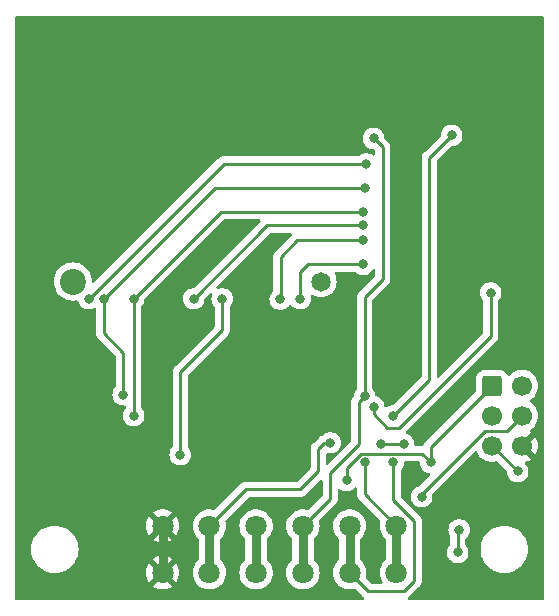
<source format=gbr>
%TF.GenerationSoftware,KiCad,Pcbnew,7.0.8*%
%TF.CreationDate,2023-11-03T15:22:21-05:00*%
%TF.ProjectId,tapecart-sd-vertical,74617065-6361-4727-942d-73642d766572,rev?*%
%TF.SameCoordinates,Original*%
%TF.FileFunction,Copper,L2,Bot*%
%TF.FilePolarity,Positive*%
%FSLAX46Y46*%
G04 Gerber Fmt 4.6, Leading zero omitted, Abs format (unit mm)*
G04 Created by KiCad (PCBNEW 7.0.8) date 2023-11-03 15:22:21*
%MOMM*%
%LPD*%
G01*
G04 APERTURE LIST*
G04 Aperture macros list*
%AMRoundRect*
0 Rectangle with rounded corners*
0 $1 Rounding radius*
0 $2 $3 $4 $5 $6 $7 $8 $9 X,Y pos of 4 corners*
0 Add a 4 corners polygon primitive as box body*
4,1,4,$2,$3,$4,$5,$6,$7,$8,$9,$2,$3,0*
0 Add four circle primitives for the rounded corners*
1,1,$1+$1,$2,$3*
1,1,$1+$1,$4,$5*
1,1,$1+$1,$6,$7*
1,1,$1+$1,$8,$9*
0 Add four rect primitives between the rounded corners*
20,1,$1+$1,$2,$3,$4,$5,0*
20,1,$1+$1,$4,$5,$6,$7,0*
20,1,$1+$1,$6,$7,$8,$9,0*
20,1,$1+$1,$8,$9,$2,$3,0*%
G04 Aperture macros list end*
%TA.AperFunction,ComponentPad*%
%ADD10C,1.650000*%
%TD*%
%TA.AperFunction,ComponentPad*%
%ADD11C,2.200000*%
%TD*%
%TA.AperFunction,ComponentPad*%
%ADD12RoundRect,0.250000X-0.600000X-0.600000X0.600000X-0.600000X0.600000X0.600000X-0.600000X0.600000X0*%
%TD*%
%TA.AperFunction,ComponentPad*%
%ADD13C,1.700000*%
%TD*%
%TA.AperFunction,ComponentPad*%
%ADD14C,1.800000*%
%TD*%
%TA.AperFunction,ViaPad*%
%ADD15C,0.800000*%
%TD*%
%TA.AperFunction,Conductor*%
%ADD16C,0.800000*%
%TD*%
%TA.AperFunction,Conductor*%
%ADD17C,0.250000*%
%TD*%
G04 APERTURE END LIST*
D10*
%TO.P,J3,16*%
%TO.N,N/C*%
X160506000Y-105346000D03*
D11*
%TO.P,J3,17*%
X139506000Y-105346000D03*
%TD*%
D12*
%TO.P,J2,1,Pin_1*%
%TO.N,/MISO_D12*%
X175006000Y-114173000D03*
D13*
%TO.P,J2,2,Pin_2*%
%TO.N,+5V*%
X177546000Y-114173000D03*
%TO.P,J2,3,Pin_3*%
%TO.N,/SCK_D13*%
X175006000Y-116713000D03*
%TO.P,J2,4,Pin_4*%
%TO.N,/MOSI_D11*%
X177546000Y-116713000D03*
%TO.P,J2,5,Pin_5*%
%TO.N,/RESET*%
X175006000Y-119253000D03*
%TO.P,J2,6,Pin_6*%
%TO.N,GND*%
X177546000Y-119253000D03*
%TD*%
D14*
%TO.P,J1,1,GND*%
%TO.N,GND*%
X147100000Y-126036000D03*
%TO.P,J1,2,5V*%
%TO.N,+5V*%
X151060000Y-126036000D03*
%TO.P,J1,3,Motor*%
%TO.N,/MOTOR*%
X155020000Y-126036000D03*
%TO.P,J1,4,Read*%
%TO.N,/READ_D3*%
X158980000Y-126036000D03*
%TO.P,J1,5,Write*%
%TO.N,/WRITE_D8*%
X162940000Y-126036000D03*
%TO.P,J1,6,Sense*%
%TO.N,/SENSE_D5*%
X166900000Y-126036000D03*
%TO.P,J1,A,GND*%
%TO.N,GND*%
X147100000Y-129996000D03*
%TO.P,J1,B,5V*%
%TO.N,+5V*%
X151060000Y-129996000D03*
%TO.P,J1,C,Motor*%
%TO.N,/MOTOR*%
X155020000Y-129996000D03*
%TO.P,J1,D,Read*%
%TO.N,/READ_D3*%
X158980000Y-129996000D03*
%TO.P,J1,E,Write*%
%TO.N,/WRITE_D8*%
X162940000Y-129996000D03*
%TO.P,J1,F,Sense*%
%TO.N,/SENSE_D5*%
X166900000Y-129996000D03*
%TD*%
D15*
%TO.N,GND*%
X139319000Y-101854000D03*
X136398000Y-109982000D03*
X142240000Y-115824000D03*
X155448000Y-114046000D03*
X169291000Y-117475000D03*
X174879000Y-94488000D03*
X160655000Y-117602000D03*
X149098000Y-92202000D03*
X172339000Y-106172000D03*
X162306000Y-113665000D03*
X159639000Y-84709000D03*
X176530000Y-111379000D03*
X152146000Y-112268000D03*
X138938000Y-84836000D03*
X158242000Y-119126000D03*
%TO.N,/READ_D3*%
X164211000Y-115062000D03*
X164973000Y-93218000D03*
%TO.N,/MOTOR_D4*%
X174879000Y-106299000D03*
X164973000Y-115951000D03*
%TO.N,/SENSE_D5*%
X164211000Y-120650000D03*
%TO.N,/WRITE_D8*%
X166624000Y-120650000D03*
X166624000Y-116713000D03*
X171577000Y-92964000D03*
%TO.N,+5V*%
X161290000Y-118999000D03*
X172085000Y-128270000D03*
X165608000Y-119126000D03*
X167513000Y-119126000D03*
X172212000Y-126365000D03*
%TO.N,Net-(J3-DAT3{slash}CS)*%
X143764000Y-114935000D03*
X142113000Y-106807000D03*
X164211000Y-97409000D03*
%TO.N,Net-(J3-CMD{slash}DI)*%
X144653000Y-106807000D03*
X164084000Y-99441000D03*
X144653000Y-116713000D03*
%TO.N,+3.3V*%
X164084000Y-100584000D03*
X149733000Y-106807000D03*
%TO.N,Net-(J3-CLK{slash}SCLK)*%
X148590000Y-120015000D03*
X152146000Y-106807000D03*
%TO.N,/MISO_D12*%
X164084000Y-101854000D03*
X162687000Y-122174000D03*
X169799000Y-120650000D03*
X157061000Y-106845000D03*
%TO.N,Net-(J3-DAT1)*%
X158750000Y-106807000D03*
X164084000Y-103886000D03*
%TO.N,Net-(J3-DAT2)*%
X140843000Y-106807000D03*
X164338000Y-95377000D03*
%TO.N,/MOSI_D11*%
X169037000Y-123571000D03*
%TO.N,/RESET*%
X177165000Y-121412000D03*
%TD*%
D16*
%TO.N,GND*%
X147100000Y-125705800D02*
X147100000Y-129665800D01*
D17*
%TO.N,/READ_D3*%
X163703000Y-119126000D02*
X161290000Y-121539000D01*
X163703000Y-115570000D02*
X163703000Y-119126000D01*
X164211000Y-106680000D02*
X165735000Y-105156000D01*
D16*
X158980000Y-129665800D02*
X158980000Y-125705800D01*
D17*
X161290000Y-121539000D02*
X161290000Y-123726000D01*
X165735000Y-93980000D02*
X164973000Y-93218000D01*
X158980000Y-126036000D02*
X161290000Y-123726000D01*
X164211000Y-115062000D02*
X164211000Y-106680000D01*
X165735000Y-105156000D02*
X165735000Y-93980000D01*
X164211000Y-115062000D02*
X163703000Y-115570000D01*
%TO.N,/MOTOR_D4*%
X174879000Y-109982000D02*
X174879000Y-106299000D01*
X164973000Y-115951000D02*
X164973000Y-116586000D01*
X167132000Y-117729000D02*
X174879000Y-109982000D01*
X166116000Y-117729000D02*
X167132000Y-117729000D01*
X164973000Y-116586000D02*
X166116000Y-117729000D01*
%TO.N,/SENSE_D5*%
X164211000Y-123347000D02*
X166900000Y-126036000D01*
D16*
X166900000Y-129665800D02*
X166900000Y-125705800D01*
D17*
X164211000Y-120650000D02*
X164211000Y-123347000D01*
%TO.N,/WRITE_D8*%
X166624000Y-120650000D02*
X166624000Y-123825000D01*
X169672000Y-94869000D02*
X171577000Y-92964000D01*
X167513000Y-131572000D02*
X164516000Y-131572000D01*
X168402000Y-125603000D02*
X168402000Y-130683000D01*
X168402000Y-130683000D02*
X167513000Y-131572000D01*
D16*
X162940000Y-129665800D02*
X162940000Y-125705800D01*
D17*
X166624000Y-123825000D02*
X168402000Y-125603000D01*
X169672000Y-113665000D02*
X169672000Y-94869000D01*
X164516000Y-131572000D02*
X162940000Y-129996000D01*
X166624000Y-116713000D02*
X169672000Y-113665000D01*
%TO.N,+5V*%
X172085000Y-126492000D02*
X172212000Y-126365000D01*
X160274000Y-119507000D02*
X160274000Y-121412000D01*
X154160000Y-122936000D02*
X151060000Y-126036000D01*
X172085000Y-128270000D02*
X172085000Y-126492000D01*
X160274000Y-121412000D02*
X158750000Y-122936000D01*
X165608000Y-119126000D02*
X167513000Y-119126000D01*
X161290000Y-118999000D02*
X160782000Y-118999000D01*
D16*
X151060000Y-125705800D02*
X151060000Y-129665800D01*
D17*
X158750000Y-122936000D02*
X154160000Y-122936000D01*
X160782000Y-118999000D02*
X160274000Y-119507000D01*
D16*
%TO.N,/MOTOR*%
X155020000Y-129665800D02*
X155020000Y-125705800D01*
D17*
%TO.N,Net-(J3-DAT3{slash}CS)*%
X143764000Y-114935000D02*
X143764000Y-111379000D01*
X151511000Y-97409000D02*
X164211000Y-97409000D01*
X142113000Y-106807000D02*
X151511000Y-97409000D01*
X143764000Y-111379000D02*
X142113000Y-109728000D01*
X142113000Y-109728000D02*
X142113000Y-106807000D01*
%TO.N,Net-(J3-CMD{slash}DI)*%
X152019000Y-99441000D02*
X164084000Y-99441000D01*
X144653000Y-106807000D02*
X144653000Y-116713000D01*
X144653000Y-106807000D02*
X152019000Y-99441000D01*
%TO.N,+3.3V*%
X155956000Y-100584000D02*
X164084000Y-100584000D01*
X149733000Y-106807000D02*
X155956000Y-100584000D01*
%TO.N,Net-(J3-CLK{slash}SCLK)*%
X148590000Y-113030000D02*
X148590000Y-120015000D01*
X152146000Y-106807000D02*
X152146000Y-109474000D01*
X148590000Y-113030000D02*
X152146000Y-109474000D01*
%TO.N,/MISO_D12*%
X169799000Y-119380000D02*
X175006000Y-114173000D01*
X162687000Y-122174000D02*
X162687000Y-121148695D01*
X158496000Y-101854000D02*
X164084000Y-101854000D01*
X162687000Y-121148695D02*
X163910695Y-119925000D01*
X169074000Y-119925000D02*
X169799000Y-120650000D01*
X163910695Y-119925000D02*
X169074000Y-119925000D01*
X169799000Y-120650000D02*
X169799000Y-119380000D01*
X157099000Y-106807000D02*
X157099000Y-103251000D01*
X157099000Y-103251000D02*
X158496000Y-101854000D01*
%TO.N,Net-(J3-DAT1)*%
X158750000Y-104521000D02*
X159385000Y-103886000D01*
X158750000Y-106807000D02*
X158750000Y-104521000D01*
X159385000Y-103886000D02*
X164084000Y-103886000D01*
%TO.N,Net-(J3-DAT2)*%
X152273000Y-95377000D02*
X164338000Y-95377000D01*
X140843000Y-106807000D02*
X152273000Y-95377000D01*
%TO.N,/MOSI_D11*%
X177546000Y-116713000D02*
X176276000Y-117983000D01*
X176276000Y-117983000D02*
X174371000Y-117983000D01*
X169037000Y-123317000D02*
X169037000Y-123571000D01*
X174371000Y-117983000D02*
X169037000Y-123317000D01*
%TO.N,/RESET*%
X175006000Y-119253000D02*
X177165000Y-121412000D01*
%TD*%
%TA.AperFunction,Conductor*%
%TO.N,GND*%
G36*
X179355621Y-82920502D02*
G01*
X179402114Y-82974158D01*
X179413500Y-83026500D01*
X179413500Y-132173500D01*
X179393498Y-132241621D01*
X179339842Y-132288114D01*
X179287500Y-132299500D01*
X167984942Y-132299500D01*
X167916821Y-132279498D01*
X167870328Y-132225842D01*
X167860224Y-132155568D01*
X167889718Y-132090988D01*
X167898898Y-132082292D01*
X167898755Y-132082149D01*
X167918683Y-132062220D01*
X167933724Y-132049374D01*
X167950107Y-132037472D01*
X167980193Y-132001103D01*
X167984161Y-131996741D01*
X168790657Y-131190245D01*
X168803097Y-131180282D01*
X168802908Y-131180054D01*
X168809019Y-131174999D01*
X168856984Y-131123920D01*
X168878128Y-131102777D01*
X168878128Y-131102776D01*
X168878135Y-131102770D01*
X168882445Y-131097212D01*
X168886274Y-131092729D01*
X168918586Y-131058321D01*
X168928346Y-131040565D01*
X168939195Y-131024050D01*
X168951614Y-131008041D01*
X168970363Y-130964710D01*
X168972953Y-130959423D01*
X168995695Y-130918060D01*
X169000733Y-130898434D01*
X169007137Y-130879732D01*
X169015181Y-130861145D01*
X169022561Y-130814547D01*
X169023762Y-130808740D01*
X169035500Y-130763030D01*
X169035500Y-130742775D01*
X169037051Y-130723063D01*
X169040220Y-130703057D01*
X169037629Y-130675651D01*
X169035780Y-130656080D01*
X169035500Y-130650148D01*
X169035500Y-128270000D01*
X171171496Y-128270000D01*
X171191457Y-128459927D01*
X171221526Y-128552470D01*
X171250473Y-128641556D01*
X171250476Y-128641561D01*
X171345958Y-128806941D01*
X171345965Y-128806951D01*
X171473744Y-128948864D01*
X171483832Y-128956193D01*
X171628248Y-129061118D01*
X171802712Y-129138794D01*
X171989513Y-129178500D01*
X172180487Y-129178500D01*
X172367288Y-129138794D01*
X172541752Y-129061118D01*
X172696253Y-128948866D01*
X172824040Y-128806944D01*
X172919527Y-128641556D01*
X172978542Y-128459928D01*
X172998504Y-128270000D01*
X172978542Y-128080072D01*
X172957724Y-128016000D01*
X174019390Y-128016000D01*
X174039803Y-128301424D01*
X174100631Y-128581046D01*
X174200632Y-128849160D01*
X174200637Y-128849170D01*
X174337768Y-129100307D01*
X174337772Y-129100312D01*
X174337774Y-129100315D01*
X174504906Y-129323578D01*
X174509262Y-129329396D01*
X174509270Y-129329405D01*
X174711594Y-129531729D01*
X174711603Y-129531737D01*
X174711605Y-129531739D01*
X174940685Y-129703226D01*
X174940687Y-129703227D01*
X174940692Y-129703231D01*
X175191829Y-129840362D01*
X175191839Y-129840367D01*
X175459954Y-129940369D01*
X175739572Y-130001196D01*
X175953552Y-130016500D01*
X175953558Y-130016500D01*
X176096442Y-130016500D01*
X176096448Y-130016500D01*
X176310428Y-130001196D01*
X176590046Y-129940369D01*
X176858161Y-129840367D01*
X176888144Y-129823994D01*
X177109307Y-129703231D01*
X177109309Y-129703229D01*
X177109315Y-129703226D01*
X177338395Y-129531739D01*
X177540739Y-129329395D01*
X177712226Y-129100315D01*
X177712229Y-129100309D01*
X177712231Y-129100307D01*
X177849362Y-128849170D01*
X177849367Y-128849161D01*
X177949369Y-128581046D01*
X178010196Y-128301428D01*
X178030610Y-128016000D01*
X178010196Y-127730572D01*
X177949369Y-127450954D01*
X177849367Y-127182839D01*
X177849362Y-127182829D01*
X177712231Y-126931692D01*
X177712227Y-126931687D01*
X177689962Y-126901944D01*
X177540739Y-126702605D01*
X177540737Y-126702603D01*
X177540729Y-126702594D01*
X177338405Y-126500270D01*
X177338396Y-126500262D01*
X177331237Y-126494903D01*
X177109315Y-126328774D01*
X177109313Y-126328773D01*
X177109312Y-126328772D01*
X177109307Y-126328768D01*
X176858170Y-126191637D01*
X176858160Y-126191632D01*
X176590046Y-126091631D01*
X176310424Y-126030803D01*
X176176775Y-126021245D01*
X176096448Y-126015500D01*
X175953552Y-126015500D01*
X175877954Y-126020906D01*
X175739575Y-126030803D01*
X175459953Y-126091631D01*
X175191839Y-126191632D01*
X175191829Y-126191637D01*
X174940692Y-126328768D01*
X174940687Y-126328772D01*
X174711603Y-126500262D01*
X174711594Y-126500270D01*
X174509270Y-126702594D01*
X174509262Y-126702603D01*
X174337772Y-126931687D01*
X174337768Y-126931692D01*
X174200637Y-127182829D01*
X174200632Y-127182839D01*
X174100631Y-127450953D01*
X174039803Y-127730575D01*
X174019390Y-128016000D01*
X172957724Y-128016000D01*
X172919527Y-127898444D01*
X172824040Y-127733056D01*
X172750863Y-127651784D01*
X172720146Y-127587776D01*
X172718500Y-127567474D01*
X172718500Y-127184173D01*
X172738502Y-127116052D01*
X172770438Y-127082238D01*
X172823253Y-127043866D01*
X172924255Y-126931692D01*
X172951034Y-126901951D01*
X172951035Y-126901949D01*
X172951040Y-126901944D01*
X173046527Y-126736556D01*
X173105542Y-126554928D01*
X173125504Y-126365000D01*
X173105542Y-126175072D01*
X173046527Y-125993444D01*
X172951040Y-125828056D01*
X172951038Y-125828054D01*
X172951034Y-125828048D01*
X172823255Y-125686135D01*
X172668752Y-125573882D01*
X172494288Y-125496206D01*
X172307487Y-125456500D01*
X172116513Y-125456500D01*
X171929711Y-125496206D01*
X171755247Y-125573882D01*
X171600744Y-125686135D01*
X171472965Y-125828048D01*
X171472958Y-125828058D01*
X171377476Y-125993438D01*
X171377473Y-125993445D01*
X171318457Y-126175072D01*
X171298496Y-126365000D01*
X171318457Y-126554927D01*
X171320138Y-126560099D01*
X171377473Y-126736556D01*
X171434619Y-126835536D01*
X171451500Y-126898535D01*
X171451500Y-127567474D01*
X171431498Y-127635595D01*
X171419137Y-127651784D01*
X171345957Y-127733059D01*
X171250476Y-127898438D01*
X171250473Y-127898445D01*
X171191457Y-128080072D01*
X171171496Y-128270000D01*
X169035500Y-128270000D01*
X169035500Y-125686854D01*
X169037249Y-125671012D01*
X169036956Y-125670985D01*
X169037700Y-125663099D01*
X169037702Y-125663092D01*
X169035500Y-125593028D01*
X169035500Y-125563144D01*
X169034620Y-125556182D01*
X169034156Y-125550293D01*
X169032674Y-125503111D01*
X169027017Y-125483642D01*
X169023012Y-125464298D01*
X169020474Y-125444203D01*
X169003100Y-125400322D01*
X169001181Y-125394716D01*
X168992131Y-125363566D01*
X168988018Y-125349407D01*
X168977706Y-125331970D01*
X168969010Y-125314221D01*
X168961552Y-125295383D01*
X168933812Y-125257203D01*
X168930564Y-125252258D01*
X168906542Y-125211638D01*
X168892214Y-125197310D01*
X168879384Y-125182289D01*
X168867472Y-125165893D01*
X168867469Y-125165891D01*
X168867469Y-125165890D01*
X168831107Y-125135808D01*
X168826726Y-125131822D01*
X167294405Y-123599500D01*
X167260379Y-123537188D01*
X167257500Y-123510405D01*
X167257500Y-121352524D01*
X167277502Y-121284403D01*
X167289858Y-121268220D01*
X167363040Y-121186944D01*
X167458527Y-121021556D01*
X167517542Y-120839928D01*
X167535262Y-120671329D01*
X167562275Y-120605673D01*
X167620496Y-120565043D01*
X167660572Y-120558500D01*
X168759405Y-120558500D01*
X168827526Y-120578502D01*
X168848514Y-120595418D01*
X168851891Y-120598796D01*
X168885906Y-120661113D01*
X168888092Y-120674707D01*
X168905457Y-120839927D01*
X168919711Y-120883794D01*
X168964473Y-121021556D01*
X168964476Y-121021561D01*
X169059958Y-121186941D01*
X169059965Y-121186951D01*
X169187744Y-121328864D01*
X169187747Y-121328866D01*
X169342248Y-121441118D01*
X169516712Y-121518794D01*
X169638231Y-121544623D01*
X169700703Y-121578351D01*
X169735025Y-121640501D01*
X169730297Y-121711340D01*
X169701128Y-121756965D01*
X168773345Y-122684748D01*
X168735499Y-122710760D01*
X168580247Y-122779882D01*
X168425744Y-122892135D01*
X168297965Y-123034048D01*
X168297958Y-123034058D01*
X168202476Y-123199438D01*
X168202473Y-123199445D01*
X168143457Y-123381072D01*
X168123496Y-123571000D01*
X168143457Y-123760927D01*
X168160762Y-123814185D01*
X168202473Y-123942556D01*
X168202476Y-123942561D01*
X168297958Y-124107941D01*
X168297965Y-124107951D01*
X168425744Y-124249864D01*
X168425747Y-124249866D01*
X168580248Y-124362118D01*
X168754712Y-124439794D01*
X168941513Y-124479500D01*
X169132487Y-124479500D01*
X169319288Y-124439794D01*
X169493752Y-124362118D01*
X169648253Y-124249866D01*
X169678420Y-124216362D01*
X169776034Y-124107951D01*
X169776035Y-124107949D01*
X169776040Y-124107944D01*
X169871527Y-123942556D01*
X169930542Y-123760928D01*
X169950504Y-123571000D01*
X169930954Y-123384996D01*
X169943726Y-123315160D01*
X169967166Y-123282736D01*
X173536782Y-119713120D01*
X173599092Y-119679096D01*
X173669907Y-119684161D01*
X173726743Y-119726708D01*
X173741260Y-119751599D01*
X173792227Y-119867793D01*
X173807141Y-119901793D01*
X173930275Y-120090265D01*
X173930279Y-120090270D01*
X174082762Y-120255908D01*
X174111709Y-120278438D01*
X174260424Y-120394189D01*
X174458426Y-120501342D01*
X174458427Y-120501342D01*
X174458428Y-120501343D01*
X174559731Y-120536120D01*
X174671365Y-120574444D01*
X174893431Y-120611500D01*
X174893435Y-120611500D01*
X175118565Y-120611500D01*
X175118569Y-120611500D01*
X175340635Y-120574444D01*
X175340651Y-120574438D01*
X175343760Y-120573652D01*
X175345083Y-120573701D01*
X175345777Y-120573586D01*
X175345800Y-120573728D01*
X175414707Y-120576315D01*
X175463794Y-120606700D01*
X176217877Y-121360783D01*
X176251903Y-121423095D01*
X176254092Y-121436707D01*
X176271457Y-121601927D01*
X176283991Y-121640501D01*
X176330473Y-121783556D01*
X176330476Y-121783561D01*
X176425958Y-121948941D01*
X176425965Y-121948951D01*
X176553744Y-122090864D01*
X176553747Y-122090866D01*
X176708248Y-122203118D01*
X176882712Y-122280794D01*
X177069513Y-122320500D01*
X177260487Y-122320500D01*
X177447288Y-122280794D01*
X177621752Y-122203118D01*
X177776253Y-122090866D01*
X177904040Y-121948944D01*
X177999527Y-121783556D01*
X178058542Y-121601928D01*
X178078504Y-121412000D01*
X178058542Y-121222072D01*
X177999527Y-121040444D01*
X177904040Y-120875056D01*
X177904038Y-120875054D01*
X177904034Y-120875048D01*
X177818634Y-120780202D01*
X177787916Y-120716195D01*
X177796681Y-120645741D01*
X177842144Y-120591210D01*
X177875780Y-120576223D01*
X177875583Y-120575649D01*
X178093369Y-120500883D01*
X178093371Y-120500882D01*
X178291298Y-120393768D01*
X178291302Y-120393766D01*
X178311689Y-120377898D01*
X177673588Y-119739797D01*
X177688315Y-119737680D01*
X177819100Y-119677952D01*
X177927761Y-119583798D01*
X178005493Y-119462844D01*
X178030360Y-119378151D01*
X178669076Y-120016867D01*
X178669077Y-120016866D01*
X178744419Y-119901551D01*
X178834820Y-119695456D01*
X178834823Y-119695449D01*
X178890067Y-119477292D01*
X178908653Y-119253000D01*
X178890067Y-119028707D01*
X178834823Y-118810550D01*
X178834820Y-118810543D01*
X178744422Y-118604456D01*
X178744417Y-118604448D01*
X178669076Y-118489132D01*
X178030360Y-119127848D01*
X178005493Y-119043156D01*
X177927761Y-118922202D01*
X177819100Y-118828048D01*
X177688315Y-118768320D01*
X177673586Y-118766202D01*
X178311689Y-118128100D01*
X178311688Y-118128099D01*
X178291306Y-118112235D01*
X178291294Y-118112227D01*
X178257792Y-118094097D01*
X178207402Y-118044084D01*
X178192050Y-117974767D01*
X178216611Y-117908154D01*
X178257790Y-117872472D01*
X178291576Y-117854189D01*
X178469240Y-117715906D01*
X178621722Y-117550268D01*
X178744860Y-117361791D01*
X178835296Y-117155616D01*
X178890564Y-116937368D01*
X178909156Y-116713000D01*
X178890564Y-116488632D01*
X178880948Y-116450660D01*
X178835297Y-116270387D01*
X178835296Y-116270386D01*
X178835296Y-116270384D01*
X178744860Y-116064209D01*
X178738140Y-116053924D01*
X178621724Y-115875734D01*
X178621720Y-115875729D01*
X178469237Y-115710091D01*
X178360399Y-115625379D01*
X178291576Y-115571811D01*
X178258319Y-115553813D01*
X178207929Y-115503802D01*
X178192576Y-115434485D01*
X178217136Y-115367872D01*
X178258320Y-115332186D01*
X178291576Y-115314189D01*
X178469240Y-115175906D01*
X178621722Y-115010268D01*
X178744860Y-114821791D01*
X178835296Y-114615616D01*
X178890564Y-114397368D01*
X178909156Y-114173000D01*
X178890564Y-113948632D01*
X178835296Y-113730384D01*
X178744860Y-113524209D01*
X178675849Y-113418579D01*
X178621724Y-113335734D01*
X178621720Y-113335729D01*
X178469237Y-113170091D01*
X178387382Y-113106381D01*
X178291576Y-113031811D01*
X178093574Y-112924658D01*
X178093572Y-112924657D01*
X178093571Y-112924656D01*
X177880639Y-112851557D01*
X177880630Y-112851555D01*
X177836476Y-112844187D01*
X177658569Y-112814500D01*
X177433431Y-112814500D01*
X177285211Y-112839233D01*
X177211369Y-112851555D01*
X177211360Y-112851557D01*
X176998428Y-112924656D01*
X176998426Y-112924658D01*
X176840835Y-113009942D01*
X176800426Y-113031810D01*
X176800424Y-113031811D01*
X176622759Y-113170094D01*
X176509483Y-113293143D01*
X176448630Y-113329714D01*
X176377666Y-113327579D01*
X176319121Y-113287417D01*
X176302144Y-113256481D01*
X176301217Y-113256914D01*
X176298116Y-113250266D01*
X176298115Y-113250262D01*
X176205030Y-113099348D01*
X176205029Y-113099347D01*
X176205024Y-113099341D01*
X176079658Y-112973975D01*
X176079652Y-112973970D01*
X176040739Y-112949968D01*
X175928738Y-112880885D01*
X175785019Y-112833262D01*
X175760427Y-112825113D01*
X175760420Y-112825112D01*
X175656553Y-112814500D01*
X174355455Y-112814500D01*
X174251574Y-112825112D01*
X174083261Y-112880885D01*
X173932347Y-112973970D01*
X173932341Y-112973975D01*
X173806975Y-113099341D01*
X173806970Y-113099347D01*
X173713885Y-113250262D01*
X173658113Y-113418572D01*
X173658112Y-113418579D01*
X173647500Y-113522446D01*
X173647500Y-114583404D01*
X173627498Y-114651525D01*
X173610595Y-114672499D01*
X169410336Y-118872757D01*
X169397901Y-118882721D01*
X169398089Y-118882948D01*
X169391980Y-118888001D01*
X169344016Y-118939078D01*
X169322866Y-118960227D01*
X169318560Y-118965777D01*
X169314714Y-118970279D01*
X169282417Y-119004674D01*
X169282411Y-119004683D01*
X169272651Y-119022435D01*
X169261803Y-119038950D01*
X169249386Y-119054958D01*
X169230645Y-119098264D01*
X169228034Y-119103594D01*
X169205305Y-119144939D01*
X169205303Y-119144944D01*
X169200267Y-119164559D01*
X169193864Y-119183262D01*
X169182671Y-119209129D01*
X169180455Y-119208170D01*
X169148709Y-119257872D01*
X169084210Y-119287543D01*
X169077794Y-119288317D01*
X169047085Y-119291220D01*
X169041151Y-119291500D01*
X168549046Y-119291500D01*
X168480925Y-119271498D01*
X168434432Y-119217842D01*
X168423736Y-119152330D01*
X168426504Y-119126000D01*
X168406542Y-118936072D01*
X168347527Y-118754444D01*
X168252040Y-118589056D01*
X168252038Y-118589054D01*
X168252034Y-118589048D01*
X168124255Y-118447135D01*
X167969752Y-118334882D01*
X167795288Y-118257206D01*
X167795286Y-118257205D01*
X167795285Y-118257205D01*
X167778501Y-118253637D01*
X167716029Y-118219908D01*
X167681709Y-118157757D01*
X167686438Y-118086918D01*
X167715604Y-118041298D01*
X175267657Y-110489245D01*
X175280092Y-110479284D01*
X175279905Y-110479057D01*
X175286009Y-110474005D01*
X175286018Y-110474000D01*
X175333999Y-110422904D01*
X175355134Y-110401770D01*
X175359429Y-110396232D01*
X175363271Y-110391731D01*
X175395586Y-110357321D01*
X175405345Y-110339567D01*
X175416197Y-110323046D01*
X175428613Y-110307041D01*
X175447347Y-110263748D01*
X175449961Y-110258412D01*
X175472694Y-110217061D01*
X175472695Y-110217060D01*
X175477733Y-110197435D01*
X175484138Y-110178730D01*
X175492181Y-110160145D01*
X175499563Y-110113525D01*
X175500761Y-110107744D01*
X175512500Y-110062030D01*
X175512500Y-110041769D01*
X175514051Y-110022058D01*
X175517219Y-110002056D01*
X175512780Y-109955089D01*
X175512500Y-109949157D01*
X175512500Y-107001524D01*
X175532502Y-106933403D01*
X175544858Y-106917220D01*
X175618040Y-106835944D01*
X175713527Y-106670556D01*
X175772542Y-106488928D01*
X175792504Y-106299000D01*
X175772542Y-106109072D01*
X175713527Y-105927444D01*
X175618040Y-105762056D01*
X175618038Y-105762054D01*
X175618034Y-105762048D01*
X175490255Y-105620135D01*
X175335752Y-105507882D01*
X175161288Y-105430206D01*
X174974487Y-105390500D01*
X174783513Y-105390500D01*
X174596711Y-105430206D01*
X174422247Y-105507882D01*
X174267744Y-105620135D01*
X174139965Y-105762048D01*
X174139958Y-105762058D01*
X174044476Y-105927438D01*
X174044473Y-105927445D01*
X173985457Y-106109072D01*
X173965496Y-106299000D01*
X173985457Y-106488927D01*
X173990763Y-106505256D01*
X174044473Y-106670556D01*
X174044476Y-106670561D01*
X174137512Y-106831705D01*
X174139960Y-106835944D01*
X174213137Y-106917215D01*
X174243853Y-106981220D01*
X174245500Y-107001524D01*
X174245500Y-109667404D01*
X174225498Y-109735525D01*
X174208595Y-109756499D01*
X170520595Y-113444499D01*
X170458283Y-113478525D01*
X170387468Y-113473460D01*
X170330632Y-113430913D01*
X170305821Y-113364393D01*
X170305500Y-113355404D01*
X170305500Y-95183594D01*
X170325502Y-95115473D01*
X170342405Y-95094499D01*
X171527500Y-93909405D01*
X171589812Y-93875379D01*
X171616595Y-93872500D01*
X171672487Y-93872500D01*
X171859288Y-93832794D01*
X172033752Y-93755118D01*
X172188253Y-93642866D01*
X172188255Y-93642864D01*
X172316034Y-93500951D01*
X172316035Y-93500949D01*
X172316040Y-93500944D01*
X172411527Y-93335556D01*
X172470542Y-93153928D01*
X172490504Y-92964000D01*
X172470542Y-92774072D01*
X172411527Y-92592444D01*
X172316040Y-92427056D01*
X172316038Y-92427054D01*
X172316034Y-92427048D01*
X172188255Y-92285135D01*
X172033752Y-92172882D01*
X171859288Y-92095206D01*
X171672487Y-92055500D01*
X171481513Y-92055500D01*
X171294711Y-92095206D01*
X171120247Y-92172882D01*
X170965744Y-92285135D01*
X170837965Y-92427048D01*
X170837958Y-92427058D01*
X170742476Y-92592438D01*
X170742473Y-92592445D01*
X170683457Y-92774072D01*
X170666092Y-92939292D01*
X170639079Y-93004949D01*
X170629877Y-93015216D01*
X169283336Y-94361757D01*
X169270901Y-94371721D01*
X169271089Y-94371948D01*
X169264980Y-94377001D01*
X169217015Y-94428079D01*
X169195866Y-94449227D01*
X169191560Y-94454777D01*
X169187714Y-94459279D01*
X169155417Y-94493674D01*
X169155411Y-94493683D01*
X169145651Y-94511435D01*
X169134803Y-94527950D01*
X169122386Y-94543958D01*
X169103645Y-94587264D01*
X169101034Y-94592594D01*
X169078305Y-94633939D01*
X169078303Y-94633944D01*
X169073267Y-94653559D01*
X169066864Y-94672262D01*
X169058819Y-94690852D01*
X169051437Y-94737456D01*
X169050233Y-94743268D01*
X169038500Y-94788968D01*
X169038500Y-94809223D01*
X169036949Y-94828933D01*
X169033780Y-94848942D01*
X169033780Y-94848943D01*
X169038220Y-94895917D01*
X169038500Y-94901850D01*
X169038500Y-113350405D01*
X169018498Y-113418526D01*
X169001595Y-113439500D01*
X166673500Y-115767595D01*
X166611188Y-115801621D01*
X166584405Y-115804500D01*
X166528513Y-115804500D01*
X166341711Y-115844206D01*
X166167248Y-115921882D01*
X166080135Y-115985173D01*
X166013268Y-116009031D01*
X165944116Y-115992950D01*
X165894636Y-115942035D01*
X165880766Y-115896409D01*
X165866542Y-115761072D01*
X165807527Y-115579444D01*
X165712040Y-115414056D01*
X165712038Y-115414054D01*
X165712034Y-115414048D01*
X165584255Y-115272135D01*
X165429752Y-115159882D01*
X165255284Y-115082204D01*
X165213230Y-115073265D01*
X165150757Y-115039536D01*
X165116436Y-114977387D01*
X165114118Y-114963188D01*
X165104542Y-114872072D01*
X165045527Y-114690444D01*
X164950040Y-114525056D01*
X164876863Y-114443784D01*
X164846146Y-114379776D01*
X164844500Y-114359474D01*
X164844500Y-106994593D01*
X164864502Y-106926472D01*
X164881400Y-106905503D01*
X166123657Y-105663245D01*
X166136092Y-105653284D01*
X166135905Y-105653057D01*
X166142009Y-105648005D01*
X166142018Y-105648000D01*
X166189999Y-105596904D01*
X166211134Y-105575770D01*
X166215429Y-105570232D01*
X166219271Y-105565731D01*
X166251586Y-105531321D01*
X166261345Y-105513567D01*
X166272197Y-105497046D01*
X166284613Y-105481041D01*
X166303347Y-105437748D01*
X166305961Y-105432412D01*
X166328694Y-105391061D01*
X166328695Y-105391060D01*
X166333733Y-105371435D01*
X166340138Y-105352730D01*
X166348181Y-105334145D01*
X166355563Y-105287525D01*
X166356761Y-105281744D01*
X166368500Y-105236030D01*
X166368500Y-105215769D01*
X166370051Y-105196058D01*
X166373219Y-105176056D01*
X166368780Y-105129089D01*
X166368500Y-105123157D01*
X166368500Y-94063854D01*
X166370249Y-94048012D01*
X166369956Y-94047985D01*
X166370700Y-94040099D01*
X166370702Y-94040092D01*
X166368500Y-93970028D01*
X166368500Y-93940144D01*
X166367620Y-93933182D01*
X166367156Y-93927293D01*
X166365674Y-93880111D01*
X166360017Y-93860642D01*
X166356012Y-93841298D01*
X166353474Y-93821203D01*
X166336100Y-93777322D01*
X166334181Y-93771716D01*
X166329310Y-93754951D01*
X166321018Y-93726407D01*
X166310706Y-93708970D01*
X166302010Y-93691221D01*
X166294552Y-93672383D01*
X166266812Y-93634203D01*
X166263564Y-93629258D01*
X166239542Y-93588638D01*
X166225214Y-93574310D01*
X166212384Y-93559289D01*
X166200472Y-93542893D01*
X166200469Y-93542891D01*
X166200469Y-93542890D01*
X166164113Y-93512813D01*
X166159721Y-93508817D01*
X165920121Y-93269216D01*
X165886095Y-93206904D01*
X165883908Y-93193306D01*
X165866542Y-93028072D01*
X165807527Y-92846444D01*
X165712040Y-92681056D01*
X165712038Y-92681054D01*
X165712034Y-92681048D01*
X165584255Y-92539135D01*
X165429752Y-92426882D01*
X165255288Y-92349206D01*
X165068487Y-92309500D01*
X164877513Y-92309500D01*
X164690711Y-92349206D01*
X164516247Y-92426882D01*
X164361744Y-92539135D01*
X164233965Y-92681048D01*
X164233958Y-92681058D01*
X164138476Y-92846438D01*
X164138473Y-92846445D01*
X164079457Y-93028072D01*
X164059496Y-93218000D01*
X164079457Y-93407927D01*
X164109526Y-93500470D01*
X164138473Y-93589556D01*
X164138476Y-93589561D01*
X164233958Y-93754941D01*
X164233965Y-93754951D01*
X164361744Y-93896864D01*
X164361747Y-93896866D01*
X164516248Y-94009118D01*
X164690712Y-94086794D01*
X164877513Y-94126500D01*
X164933404Y-94126500D01*
X165001525Y-94146502D01*
X165022498Y-94163403D01*
X165064594Y-94205498D01*
X165098620Y-94267810D01*
X165101500Y-94294595D01*
X165101500Y-94561458D01*
X165081498Y-94629579D01*
X165027842Y-94676072D01*
X164957568Y-94686176D01*
X164901440Y-94663395D01*
X164849784Y-94625865D01*
X164794752Y-94585882D01*
X164620288Y-94508206D01*
X164433487Y-94468500D01*
X164242513Y-94468500D01*
X164055711Y-94508206D01*
X163881247Y-94585882D01*
X163726747Y-94698133D01*
X163723437Y-94701810D01*
X163662991Y-94739050D01*
X163629800Y-94743500D01*
X152356853Y-94743500D01*
X152341011Y-94741750D01*
X152340984Y-94742044D01*
X152333092Y-94741298D01*
X152333091Y-94741298D01*
X152263042Y-94743500D01*
X152233144Y-94743500D01*
X152233140Y-94743500D01*
X152233130Y-94743501D01*
X152226179Y-94744379D01*
X152220267Y-94744844D01*
X152173113Y-94746326D01*
X152173111Y-94746327D01*
X152153656Y-94751978D01*
X152134303Y-94755986D01*
X152114211Y-94758524D01*
X152114204Y-94758525D01*
X152114203Y-94758526D01*
X152114201Y-94758526D01*
X152114200Y-94758527D01*
X152070339Y-94775892D01*
X152064724Y-94777815D01*
X152019407Y-94790982D01*
X152001964Y-94801297D01*
X151984218Y-94809990D01*
X151965382Y-94817448D01*
X151927209Y-94845181D01*
X151922248Y-94848440D01*
X151881638Y-94872458D01*
X151867311Y-94886784D01*
X151852285Y-94899617D01*
X151835895Y-94911525D01*
X151835893Y-94911527D01*
X151805808Y-94947892D01*
X151801812Y-94952283D01*
X141333794Y-105420299D01*
X141271482Y-105454325D01*
X141200667Y-105449260D01*
X141143831Y-105406713D01*
X141119087Y-105341091D01*
X141099609Y-105093597D01*
X141040505Y-104847409D01*
X140943616Y-104613498D01*
X140811328Y-104397624D01*
X140646898Y-104205102D01*
X140454376Y-104040672D01*
X140238502Y-103908384D01*
X140184463Y-103886000D01*
X140004589Y-103811494D01*
X139836177Y-103771062D01*
X139758403Y-103752391D01*
X139506000Y-103732526D01*
X139253597Y-103752391D01*
X139007410Y-103811494D01*
X138773499Y-103908383D01*
X138557625Y-104040671D01*
X138365102Y-104205102D01*
X138200671Y-104397625D01*
X138068383Y-104613499D01*
X137971494Y-104847410D01*
X137956582Y-104909525D01*
X137912391Y-105093597D01*
X137892526Y-105346000D01*
X137912391Y-105598403D01*
X137924298Y-105648000D01*
X137971494Y-105844589D01*
X138042204Y-106015297D01*
X138068384Y-106078502D01*
X138200672Y-106294376D01*
X138365102Y-106486898D01*
X138557624Y-106651328D01*
X138773498Y-106783616D01*
X139007409Y-106880505D01*
X139253597Y-106939609D01*
X139506000Y-106959474D01*
X139758403Y-106939609D01*
X139805100Y-106928398D01*
X139876008Y-106931944D01*
X139933742Y-106973263D01*
X139954348Y-107011979D01*
X139961805Y-107034928D01*
X140008473Y-107178556D01*
X140008476Y-107178561D01*
X140103958Y-107343941D01*
X140103965Y-107343951D01*
X140231744Y-107485864D01*
X140231747Y-107485866D01*
X140386248Y-107598118D01*
X140560712Y-107675794D01*
X140747513Y-107715500D01*
X140938487Y-107715500D01*
X141125288Y-107675794D01*
X141299752Y-107598118D01*
X141299756Y-107598114D01*
X141302251Y-107597004D01*
X141372618Y-107587570D01*
X141436915Y-107617676D01*
X141474728Y-107677765D01*
X141479500Y-107712111D01*
X141479500Y-109644146D01*
X141477751Y-109659988D01*
X141478044Y-109660016D01*
X141477298Y-109667907D01*
X141479500Y-109737957D01*
X141479500Y-109767851D01*
X141479501Y-109767872D01*
X141480378Y-109774820D01*
X141480844Y-109780732D01*
X141482326Y-109827888D01*
X141482327Y-109827893D01*
X141487977Y-109847339D01*
X141491986Y-109866697D01*
X141494525Y-109886793D01*
X141494526Y-109886799D01*
X141511893Y-109930662D01*
X141513816Y-109936279D01*
X141526982Y-109981593D01*
X141537294Y-109999031D01*
X141545988Y-110016779D01*
X141553444Y-110035609D01*
X141553450Y-110035620D01*
X141581177Y-110073783D01*
X141584437Y-110078746D01*
X141608460Y-110119365D01*
X141622779Y-110133684D01*
X141635617Y-110148714D01*
X141643919Y-110160140D01*
X141647528Y-110165107D01*
X141674999Y-110187833D01*
X141683886Y-110195185D01*
X141688267Y-110199171D01*
X143093595Y-111604499D01*
X143127621Y-111666811D01*
X143130500Y-111693594D01*
X143130500Y-114232474D01*
X143110498Y-114300595D01*
X143098137Y-114316784D01*
X143024957Y-114398059D01*
X142929476Y-114563438D01*
X142929473Y-114563445D01*
X142870457Y-114745072D01*
X142850496Y-114935000D01*
X142870457Y-115124927D01*
X142893123Y-115194683D01*
X142929473Y-115306556D01*
X142929476Y-115306561D01*
X143024958Y-115471941D01*
X143024965Y-115471951D01*
X143152743Y-115613863D01*
X143152746Y-115613865D01*
X143152747Y-115613866D01*
X143307248Y-115726118D01*
X143481712Y-115803794D01*
X143668513Y-115843500D01*
X143859485Y-115843500D01*
X143859487Y-115843500D01*
X143867300Y-115841839D01*
X143938088Y-115847237D01*
X143994723Y-115890051D01*
X144019220Y-115956687D01*
X144019500Y-115965084D01*
X144019500Y-116010474D01*
X143999498Y-116078595D01*
X143987137Y-116094784D01*
X143913957Y-116176059D01*
X143818476Y-116341438D01*
X143818473Y-116341445D01*
X143759457Y-116523072D01*
X143739496Y-116713000D01*
X143759457Y-116902927D01*
X143783643Y-116977362D01*
X143818473Y-117084556D01*
X143818476Y-117084561D01*
X143913958Y-117249941D01*
X143913965Y-117249951D01*
X144041744Y-117391864D01*
X144041747Y-117391866D01*
X144196248Y-117504118D01*
X144370712Y-117581794D01*
X144557513Y-117621500D01*
X144748487Y-117621500D01*
X144935288Y-117581794D01*
X145109752Y-117504118D01*
X145264253Y-117391866D01*
X145392040Y-117249944D01*
X145487527Y-117084556D01*
X145546542Y-116902928D01*
X145566504Y-116713000D01*
X145546542Y-116523072D01*
X145487527Y-116341444D01*
X145392040Y-116176056D01*
X145318863Y-116094784D01*
X145288146Y-116030776D01*
X145286500Y-116010474D01*
X145286500Y-107509524D01*
X145306502Y-107441403D01*
X145318858Y-107425220D01*
X145392040Y-107343944D01*
X145487527Y-107178556D01*
X145546542Y-106996928D01*
X145563907Y-106831703D01*
X145590920Y-106766048D01*
X145600113Y-106755789D01*
X152244500Y-100111405D01*
X152306812Y-100077379D01*
X152333595Y-100074500D01*
X155265405Y-100074500D01*
X155333526Y-100094502D01*
X155380019Y-100148158D01*
X155390123Y-100218432D01*
X155360629Y-100283012D01*
X155354500Y-100289595D01*
X149782500Y-105861595D01*
X149720188Y-105895621D01*
X149693405Y-105898500D01*
X149637513Y-105898500D01*
X149450711Y-105938206D01*
X149276247Y-106015882D01*
X149121744Y-106128135D01*
X148993965Y-106270048D01*
X148993958Y-106270058D01*
X148898476Y-106435438D01*
X148898473Y-106435445D01*
X148839457Y-106617072D01*
X148819496Y-106807000D01*
X148839457Y-106996927D01*
X148851805Y-107034928D01*
X148898473Y-107178556D01*
X148898476Y-107178561D01*
X148993958Y-107343941D01*
X148993965Y-107343951D01*
X149121744Y-107485864D01*
X149121747Y-107485866D01*
X149276248Y-107598118D01*
X149450712Y-107675794D01*
X149637513Y-107715500D01*
X149828487Y-107715500D01*
X150015288Y-107675794D01*
X150189752Y-107598118D01*
X150344253Y-107485866D01*
X150398865Y-107425213D01*
X150472034Y-107343951D01*
X150472035Y-107343949D01*
X150472040Y-107343944D01*
X150567527Y-107178556D01*
X150626542Y-106996928D01*
X150643907Y-106831703D01*
X150670920Y-106766048D01*
X150680113Y-106755789D01*
X151090059Y-106345843D01*
X151152369Y-106311819D01*
X151223184Y-106316884D01*
X151280020Y-106359431D01*
X151304831Y-106425951D01*
X151298985Y-106473876D01*
X151252457Y-106617071D01*
X151232496Y-106807000D01*
X151252457Y-106996927D01*
X151264805Y-107034928D01*
X151311473Y-107178556D01*
X151311476Y-107178561D01*
X151399026Y-107330203D01*
X151406960Y-107343944D01*
X151480137Y-107425215D01*
X151510853Y-107489220D01*
X151512500Y-107509524D01*
X151512500Y-109159404D01*
X151492498Y-109227525D01*
X151475595Y-109248499D01*
X148201336Y-112522757D01*
X148188901Y-112532721D01*
X148189089Y-112532948D01*
X148182980Y-112538001D01*
X148135016Y-112589078D01*
X148113866Y-112610227D01*
X148109560Y-112615777D01*
X148105714Y-112620279D01*
X148073417Y-112654674D01*
X148073411Y-112654683D01*
X148063651Y-112672435D01*
X148052803Y-112688950D01*
X148040386Y-112704958D01*
X148021645Y-112748264D01*
X148019034Y-112753594D01*
X147996305Y-112794939D01*
X147996303Y-112794944D01*
X147991267Y-112814559D01*
X147984864Y-112833262D01*
X147976819Y-112851852D01*
X147969437Y-112898456D01*
X147968233Y-112904268D01*
X147956500Y-112949968D01*
X147956500Y-112970223D01*
X147954949Y-112989933D01*
X147951780Y-113009942D01*
X147951780Y-113009943D01*
X147956220Y-113056917D01*
X147956500Y-113062850D01*
X147956500Y-119312474D01*
X147936498Y-119380595D01*
X147924137Y-119396784D01*
X147850957Y-119478059D01*
X147765271Y-119626473D01*
X147755473Y-119643444D01*
X147751284Y-119656337D01*
X147696457Y-119825072D01*
X147676496Y-120015000D01*
X147696457Y-120204927D01*
X147720343Y-120278438D01*
X147755473Y-120386556D01*
X147755476Y-120386561D01*
X147850958Y-120551941D01*
X147850965Y-120551951D01*
X147978744Y-120693864D01*
X147978747Y-120693866D01*
X148133248Y-120806118D01*
X148307712Y-120883794D01*
X148494513Y-120923500D01*
X148685487Y-120923500D01*
X148872288Y-120883794D01*
X149046752Y-120806118D01*
X149201253Y-120693866D01*
X149218504Y-120674707D01*
X149329034Y-120551951D01*
X149329035Y-120551949D01*
X149329040Y-120551944D01*
X149424527Y-120386556D01*
X149483542Y-120204928D01*
X149503504Y-120015000D01*
X149483542Y-119825072D01*
X149424527Y-119643444D01*
X149334171Y-119486943D01*
X149329042Y-119478059D01*
X149329041Y-119478058D01*
X149329040Y-119478056D01*
X149255863Y-119396784D01*
X149225146Y-119332776D01*
X149223500Y-119312474D01*
X149223500Y-113344593D01*
X149243502Y-113276472D01*
X149260400Y-113255503D01*
X152534657Y-109981245D01*
X152547092Y-109971284D01*
X152546905Y-109971057D01*
X152553009Y-109966005D01*
X152553018Y-109966000D01*
X152600999Y-109914904D01*
X152622134Y-109893770D01*
X152626429Y-109888232D01*
X152630271Y-109883731D01*
X152662586Y-109849321D01*
X152672345Y-109831567D01*
X152683197Y-109815046D01*
X152695613Y-109799041D01*
X152706946Y-109772850D01*
X152714347Y-109755748D01*
X152716961Y-109750412D01*
X152739694Y-109709061D01*
X152739695Y-109709060D01*
X152744733Y-109689435D01*
X152751138Y-109670730D01*
X152752360Y-109667907D01*
X152759181Y-109652145D01*
X152766563Y-109605525D01*
X152767761Y-109599744D01*
X152779500Y-109554030D01*
X152779500Y-109533769D01*
X152781051Y-109514058D01*
X152784219Y-109494056D01*
X152779780Y-109447089D01*
X152779500Y-109441157D01*
X152779500Y-107509524D01*
X152799502Y-107441403D01*
X152811858Y-107425220D01*
X152885040Y-107343944D01*
X152980527Y-107178556D01*
X153039542Y-106996928D01*
X153059504Y-106807000D01*
X153039542Y-106617072D01*
X152980527Y-106435444D01*
X152885040Y-106270056D01*
X152885038Y-106270054D01*
X152885034Y-106270048D01*
X152757255Y-106128135D01*
X152602752Y-106015882D01*
X152428288Y-105938206D01*
X152241487Y-105898500D01*
X152050513Y-105898500D01*
X151863711Y-105938206D01*
X151825011Y-105955436D01*
X151754644Y-105964869D01*
X151690347Y-105934761D01*
X151652535Y-105874672D01*
X151653212Y-105803678D01*
X151684666Y-105751236D01*
X156181500Y-101254405D01*
X156243812Y-101220379D01*
X156270595Y-101217500D01*
X157932404Y-101217500D01*
X158000525Y-101237502D01*
X158047018Y-101291158D01*
X158057122Y-101361432D01*
X158027628Y-101426012D01*
X158021499Y-101432595D01*
X156710336Y-102743757D01*
X156697901Y-102753721D01*
X156698089Y-102753948D01*
X156691980Y-102759001D01*
X156644016Y-102810078D01*
X156622866Y-102831227D01*
X156618560Y-102836777D01*
X156614714Y-102841279D01*
X156582417Y-102875674D01*
X156582411Y-102875683D01*
X156572651Y-102893435D01*
X156561803Y-102909950D01*
X156549386Y-102925958D01*
X156530645Y-102969264D01*
X156528034Y-102974594D01*
X156505305Y-103015939D01*
X156505303Y-103015944D01*
X156500267Y-103035559D01*
X156493864Y-103054262D01*
X156485819Y-103072852D01*
X156478437Y-103119456D01*
X156477233Y-103125268D01*
X156465500Y-103170968D01*
X156465500Y-103191223D01*
X156463949Y-103210933D01*
X156460780Y-103230942D01*
X156460780Y-103230943D01*
X156465220Y-103277917D01*
X156465500Y-103283850D01*
X156465500Y-106100272D01*
X156445498Y-106168393D01*
X156433138Y-106184579D01*
X156433050Y-106184678D01*
X156321962Y-106308053D01*
X156321958Y-106308058D01*
X156226476Y-106473438D01*
X156226473Y-106473444D01*
X156221442Y-106488927D01*
X156167457Y-106655072D01*
X156147496Y-106845000D01*
X156167457Y-107034927D01*
X156197526Y-107127470D01*
X156226473Y-107216556D01*
X156226476Y-107216561D01*
X156321958Y-107381941D01*
X156321965Y-107381951D01*
X156449744Y-107523864D01*
X156449747Y-107523866D01*
X156604248Y-107636118D01*
X156778712Y-107713794D01*
X156965513Y-107753500D01*
X157156487Y-107753500D01*
X157343288Y-107713794D01*
X157517752Y-107636118D01*
X157672253Y-107523866D01*
X157685167Y-107509524D01*
X157800034Y-107381951D01*
X157800035Y-107381949D01*
X157800040Y-107381944D01*
X157809100Y-107366250D01*
X157860477Y-107317259D01*
X157930190Y-107303819D01*
X157996102Y-107330203D01*
X158011855Y-107344939D01*
X158138744Y-107485864D01*
X158138747Y-107485866D01*
X158293248Y-107598118D01*
X158467712Y-107675794D01*
X158654513Y-107715500D01*
X158845487Y-107715500D01*
X159032288Y-107675794D01*
X159206752Y-107598118D01*
X159361253Y-107485866D01*
X159415865Y-107425213D01*
X159489034Y-107343951D01*
X159489035Y-107343949D01*
X159489040Y-107343944D01*
X159584527Y-107178556D01*
X159643542Y-106996928D01*
X159663504Y-106807000D01*
X159644400Y-106625238D01*
X159657172Y-106555402D01*
X159705674Y-106503556D01*
X159774507Y-106486161D01*
X159832711Y-106502952D01*
X159836695Y-106505252D01*
X159836701Y-106505255D01*
X159836703Y-106505256D01*
X160048174Y-106603867D01*
X160273556Y-106664258D01*
X160506000Y-106684594D01*
X160738444Y-106664258D01*
X160963826Y-106603867D01*
X161175297Y-106505256D01*
X161366432Y-106371422D01*
X161531422Y-106206432D01*
X161665256Y-106015297D01*
X161763867Y-105803826D01*
X161824258Y-105578444D01*
X161844594Y-105346000D01*
X161824258Y-105113556D01*
X161763867Y-104888174D01*
X161675537Y-104698750D01*
X161664876Y-104628558D01*
X161693856Y-104563746D01*
X161753276Y-104524889D01*
X161789732Y-104519500D01*
X163375800Y-104519500D01*
X163443921Y-104539502D01*
X163469437Y-104561190D01*
X163472747Y-104564866D01*
X163627248Y-104677118D01*
X163801712Y-104754794D01*
X163988513Y-104794500D01*
X164179487Y-104794500D01*
X164366288Y-104754794D01*
X164540752Y-104677118D01*
X164695253Y-104564866D01*
X164695255Y-104564864D01*
X164823034Y-104422951D01*
X164823035Y-104422949D01*
X164823040Y-104422944D01*
X164866381Y-104347874D01*
X164917763Y-104298882D01*
X164987477Y-104285446D01*
X165053388Y-104311832D01*
X165094570Y-104369664D01*
X165101500Y-104410875D01*
X165101500Y-104841404D01*
X165081498Y-104909525D01*
X165064595Y-104930499D01*
X163822336Y-106172757D01*
X163809901Y-106182721D01*
X163810089Y-106182948D01*
X163803980Y-106188001D01*
X163756016Y-106239078D01*
X163734866Y-106260227D01*
X163730560Y-106265777D01*
X163726714Y-106270279D01*
X163694417Y-106304674D01*
X163694411Y-106304683D01*
X163684651Y-106322435D01*
X163673803Y-106338950D01*
X163661386Y-106354958D01*
X163642645Y-106398264D01*
X163640034Y-106403594D01*
X163617305Y-106444939D01*
X163617303Y-106444944D01*
X163612267Y-106464559D01*
X163605864Y-106483262D01*
X163597819Y-106501852D01*
X163590437Y-106548456D01*
X163589233Y-106554268D01*
X163577500Y-106599968D01*
X163577500Y-106620223D01*
X163575949Y-106639933D01*
X163572780Y-106659942D01*
X163572780Y-106659943D01*
X163577220Y-106706917D01*
X163577500Y-106712850D01*
X163577500Y-114359474D01*
X163557498Y-114427595D01*
X163545137Y-114443784D01*
X163471957Y-114525059D01*
X163376476Y-114690438D01*
X163376473Y-114690445D01*
X163317457Y-114872072D01*
X163300225Y-115036029D01*
X163273212Y-115101685D01*
X163266768Y-115109108D01*
X163248017Y-115129076D01*
X163226866Y-115150227D01*
X163222560Y-115155777D01*
X163218714Y-115160279D01*
X163186417Y-115194674D01*
X163186411Y-115194683D01*
X163176651Y-115212435D01*
X163165803Y-115228950D01*
X163153386Y-115244958D01*
X163134645Y-115288264D01*
X163132034Y-115293594D01*
X163109305Y-115334939D01*
X163109303Y-115334944D01*
X163104267Y-115354559D01*
X163097864Y-115373262D01*
X163089819Y-115391852D01*
X163082437Y-115438456D01*
X163081233Y-115444268D01*
X163069500Y-115489968D01*
X163069500Y-115510223D01*
X163067949Y-115529933D01*
X163064780Y-115549942D01*
X163064780Y-115549943D01*
X163069220Y-115596917D01*
X163069500Y-115602850D01*
X163069500Y-118811405D01*
X163049498Y-118879526D01*
X163032599Y-118900495D01*
X162562541Y-119370554D01*
X162103522Y-119829573D01*
X162080148Y-119842335D01*
X162074321Y-119857304D01*
X162063637Y-119869458D01*
X161122593Y-120810501D01*
X161060283Y-120844525D01*
X160989468Y-120839461D01*
X160932632Y-120796914D01*
X160907821Y-120730394D01*
X160907500Y-120721405D01*
X160907500Y-120002090D01*
X160927502Y-119933969D01*
X160981158Y-119887476D01*
X161051432Y-119877372D01*
X161059698Y-119878844D01*
X161194509Y-119907500D01*
X161194513Y-119907500D01*
X161385487Y-119907500D01*
X161572288Y-119867794D01*
X161746752Y-119790118D01*
X161900481Y-119678426D01*
X161906554Y-119676259D01*
X161920788Y-119656169D01*
X162029040Y-119535944D01*
X162124527Y-119370556D01*
X162183542Y-119188928D01*
X162203504Y-118999000D01*
X162183542Y-118809072D01*
X162124527Y-118627444D01*
X162029040Y-118462056D01*
X162029038Y-118462054D01*
X162029034Y-118462048D01*
X161901255Y-118320135D01*
X161746752Y-118207882D01*
X161572288Y-118130206D01*
X161385487Y-118090500D01*
X161194513Y-118090500D01*
X161007711Y-118130206D01*
X160833247Y-118207882D01*
X160678749Y-118320132D01*
X160678748Y-118320132D01*
X160644790Y-118357846D01*
X160597536Y-118390687D01*
X160579325Y-118397897D01*
X160573709Y-118399819D01*
X160528410Y-118412980D01*
X160528404Y-118412982D01*
X160510966Y-118423295D01*
X160493220Y-118431989D01*
X160474381Y-118439448D01*
X160474380Y-118439449D01*
X160436213Y-118467178D01*
X160431252Y-118470437D01*
X160390637Y-118494458D01*
X160376307Y-118508787D01*
X160361281Y-118521620D01*
X160344895Y-118533526D01*
X160344894Y-118533526D01*
X160314818Y-118569880D01*
X160310823Y-118574271D01*
X159885336Y-118999757D01*
X159872901Y-119009721D01*
X159873089Y-119009948D01*
X159866980Y-119015001D01*
X159819016Y-119066078D01*
X159797866Y-119087227D01*
X159793560Y-119092777D01*
X159789714Y-119097279D01*
X159757417Y-119131674D01*
X159757411Y-119131683D01*
X159747651Y-119149435D01*
X159736803Y-119165950D01*
X159724386Y-119181958D01*
X159705645Y-119225264D01*
X159703034Y-119230594D01*
X159680305Y-119271939D01*
X159680303Y-119271944D01*
X159675267Y-119291559D01*
X159668864Y-119310262D01*
X159660819Y-119328852D01*
X159653437Y-119375456D01*
X159652233Y-119381268D01*
X159640500Y-119426968D01*
X159640500Y-119447223D01*
X159638949Y-119466933D01*
X159635780Y-119486942D01*
X159635780Y-119486943D01*
X159640220Y-119533917D01*
X159640500Y-119539850D01*
X159640500Y-121097405D01*
X159620498Y-121165526D01*
X159603595Y-121186500D01*
X158524500Y-122265595D01*
X158462188Y-122299621D01*
X158435405Y-122302500D01*
X154243853Y-122302500D01*
X154228011Y-122300750D01*
X154227984Y-122301044D01*
X154220092Y-122300298D01*
X154220091Y-122300298D01*
X154150042Y-122302500D01*
X154120144Y-122302500D01*
X154120140Y-122302500D01*
X154120130Y-122302501D01*
X154113179Y-122303379D01*
X154107267Y-122303844D01*
X154060113Y-122305326D01*
X154060111Y-122305327D01*
X154040656Y-122310978D01*
X154021303Y-122314986D01*
X154001211Y-122317524D01*
X154001204Y-122317525D01*
X154001203Y-122317526D01*
X154001201Y-122317526D01*
X154001200Y-122317527D01*
X153957339Y-122334892D01*
X153951724Y-122336815D01*
X153906407Y-122349982D01*
X153888964Y-122360297D01*
X153871218Y-122368990D01*
X153852382Y-122376448D01*
X153814209Y-122404181D01*
X153809248Y-122407440D01*
X153768638Y-122431458D01*
X153754311Y-122445784D01*
X153739285Y-122458617D01*
X153722895Y-122470525D01*
X153722893Y-122470527D01*
X153692808Y-122506892D01*
X153688812Y-122511283D01*
X151557277Y-124642817D01*
X151494965Y-124676843D01*
X151427273Y-124672896D01*
X151406957Y-124665922D01*
X151406948Y-124665919D01*
X151308411Y-124649476D01*
X151176712Y-124627500D01*
X150943288Y-124627500D01*
X150828066Y-124646727D01*
X150713051Y-124665919D01*
X150713044Y-124665921D01*
X150492276Y-124741711D01*
X150492273Y-124741713D01*
X150286985Y-124852809D01*
X150286983Y-124852810D01*
X150102778Y-124996182D01*
X150102774Y-124996186D01*
X149944685Y-125167916D01*
X149817015Y-125363331D01*
X149723252Y-125577089D01*
X149723249Y-125577096D01*
X149665950Y-125803366D01*
X149665950Y-125803370D01*
X149665949Y-125803374D01*
X149646673Y-126036000D01*
X149659569Y-126191637D01*
X149665950Y-126268633D01*
X149723249Y-126494903D01*
X149723252Y-126494910D01*
X149817015Y-126708668D01*
X149943288Y-126901944D01*
X149944686Y-126904083D01*
X150102780Y-127075818D01*
X150102880Y-127075895D01*
X150102909Y-127075936D01*
X150106615Y-127079348D01*
X150105913Y-127080109D01*
X150144357Y-127133513D01*
X150151500Y-127175335D01*
X150151500Y-128856664D01*
X150131498Y-128924785D01*
X150106319Y-128952345D01*
X150106608Y-128952659D01*
X150102989Y-128955989D01*
X150102896Y-128956092D01*
X150102781Y-128956181D01*
X150102768Y-128956193D01*
X149944685Y-129127916D01*
X149817015Y-129323331D01*
X149723252Y-129537089D01*
X149723249Y-129537096D01*
X149665950Y-129763366D01*
X149646673Y-129996000D01*
X149665950Y-130228633D01*
X149723249Y-130454903D01*
X149723252Y-130454910D01*
X149817015Y-130668668D01*
X149944685Y-130864083D01*
X150102774Y-131035813D01*
X150102778Y-131035817D01*
X150168650Y-131087087D01*
X150286983Y-131179190D01*
X150492273Y-131290287D01*
X150713049Y-131366080D01*
X150943288Y-131404500D01*
X150943292Y-131404500D01*
X151176708Y-131404500D01*
X151176712Y-131404500D01*
X151406951Y-131366080D01*
X151627727Y-131290287D01*
X151833017Y-131179190D01*
X152017220Y-131035818D01*
X152020844Y-131031882D01*
X152175314Y-130864083D01*
X152211478Y-130808730D01*
X152302984Y-130668669D01*
X152396749Y-130454907D01*
X152454051Y-130228626D01*
X152473327Y-129996000D01*
X153606673Y-129996000D01*
X153625950Y-130228633D01*
X153683249Y-130454903D01*
X153683252Y-130454910D01*
X153777015Y-130668668D01*
X153904685Y-130864083D01*
X154062774Y-131035813D01*
X154062778Y-131035817D01*
X154128650Y-131087087D01*
X154246983Y-131179190D01*
X154452273Y-131290287D01*
X154673049Y-131366080D01*
X154903288Y-131404500D01*
X154903292Y-131404500D01*
X155136708Y-131404500D01*
X155136712Y-131404500D01*
X155366951Y-131366080D01*
X155587727Y-131290287D01*
X155793017Y-131179190D01*
X155977220Y-131035818D01*
X155980844Y-131031882D01*
X156135314Y-130864083D01*
X156171478Y-130808730D01*
X156262984Y-130668669D01*
X156356749Y-130454907D01*
X156414051Y-130228626D01*
X156433327Y-129996000D01*
X156414051Y-129763374D01*
X156398820Y-129703227D01*
X156356750Y-129537096D01*
X156356747Y-129537089D01*
X156354400Y-129531739D01*
X156262984Y-129323331D01*
X156135314Y-129127916D01*
X155977231Y-128956193D01*
X155977225Y-128956187D01*
X155977220Y-128956182D01*
X155977103Y-128956091D01*
X155977069Y-128956043D01*
X155973392Y-128952659D01*
X155974088Y-128951901D01*
X155935636Y-128898465D01*
X155928500Y-128856664D01*
X155928500Y-127175335D01*
X155948502Y-127107214D01*
X155973676Y-127079664D01*
X155973385Y-127079348D01*
X155977036Y-127075986D01*
X155977117Y-127075897D01*
X155977220Y-127075818D01*
X156135314Y-126904083D01*
X156262984Y-126708669D01*
X156356749Y-126494907D01*
X156414051Y-126268626D01*
X156433327Y-126036000D01*
X156414051Y-125803374D01*
X156384362Y-125686134D01*
X156356750Y-125577096D01*
X156356747Y-125577089D01*
X156355340Y-125573882D01*
X156262984Y-125363331D01*
X156218592Y-125295384D01*
X156135314Y-125167916D01*
X155977225Y-124996186D01*
X155977221Y-124996182D01*
X155822130Y-124875470D01*
X155793017Y-124852810D01*
X155587727Y-124741713D01*
X155587724Y-124741712D01*
X155587723Y-124741711D01*
X155366955Y-124665921D01*
X155366948Y-124665919D01*
X155268411Y-124649476D01*
X155136712Y-124627500D01*
X154903288Y-124627500D01*
X154788066Y-124646727D01*
X154673051Y-124665919D01*
X154673044Y-124665921D01*
X154452276Y-124741711D01*
X154452273Y-124741713D01*
X154246985Y-124852809D01*
X154246983Y-124852810D01*
X154062778Y-124996182D01*
X154062774Y-124996186D01*
X153904685Y-125167916D01*
X153777015Y-125363331D01*
X153683252Y-125577089D01*
X153683249Y-125577096D01*
X153625950Y-125803366D01*
X153625950Y-125803370D01*
X153625949Y-125803374D01*
X153606673Y-126036000D01*
X153619569Y-126191637D01*
X153625950Y-126268633D01*
X153683249Y-126494903D01*
X153683252Y-126494910D01*
X153777015Y-126708668D01*
X153903288Y-126901944D01*
X153904686Y-126904083D01*
X154062780Y-127075818D01*
X154062880Y-127075895D01*
X154062909Y-127075936D01*
X154066615Y-127079348D01*
X154065913Y-127080109D01*
X154104357Y-127133513D01*
X154111500Y-127175335D01*
X154111500Y-128856664D01*
X154091498Y-128924785D01*
X154066319Y-128952345D01*
X154066608Y-128952659D01*
X154062989Y-128955989D01*
X154062896Y-128956092D01*
X154062781Y-128956181D01*
X154062768Y-128956193D01*
X153904685Y-129127916D01*
X153777015Y-129323331D01*
X153683252Y-129537089D01*
X153683249Y-129537096D01*
X153625950Y-129763366D01*
X153606673Y-129996000D01*
X152473327Y-129996000D01*
X152454051Y-129763374D01*
X152438820Y-129703227D01*
X152396750Y-129537096D01*
X152396747Y-129537089D01*
X152394400Y-129531739D01*
X152302984Y-129323331D01*
X152175314Y-129127916D01*
X152017231Y-128956193D01*
X152017225Y-128956187D01*
X152017220Y-128956182D01*
X152017103Y-128956091D01*
X152017069Y-128956043D01*
X152013392Y-128952659D01*
X152014088Y-128951901D01*
X151975636Y-128898465D01*
X151968500Y-128856664D01*
X151968500Y-127175335D01*
X151988502Y-127107214D01*
X152013676Y-127079664D01*
X152013385Y-127079348D01*
X152017036Y-127075986D01*
X152017117Y-127075897D01*
X152017220Y-127075818D01*
X152175314Y-126904083D01*
X152302984Y-126708669D01*
X152396749Y-126494907D01*
X152454051Y-126268626D01*
X152473327Y-126036000D01*
X152454051Y-125803374D01*
X152417973Y-125660905D01*
X152420640Y-125589960D01*
X152451018Y-125540884D01*
X154385502Y-123606402D01*
X154447812Y-123572379D01*
X154474595Y-123569500D01*
X158666147Y-123569500D01*
X158681988Y-123571249D01*
X158682016Y-123570956D01*
X158689902Y-123571700D01*
X158689909Y-123571702D01*
X158759958Y-123569500D01*
X158789856Y-123569500D01*
X158796818Y-123568619D01*
X158802719Y-123568154D01*
X158849889Y-123566673D01*
X158869347Y-123561019D01*
X158888694Y-123557013D01*
X158908797Y-123554474D01*
X158913960Y-123552430D01*
X158920950Y-123549662D01*
X158952679Y-123537099D01*
X158958274Y-123535183D01*
X158986816Y-123526891D01*
X159003591Y-123522019D01*
X159003595Y-123522017D01*
X159021026Y-123511708D01*
X159038780Y-123503009D01*
X159057617Y-123495552D01*
X159095786Y-123467818D01*
X159100744Y-123464562D01*
X159141362Y-123440542D01*
X159155685Y-123426218D01*
X159170724Y-123413374D01*
X159173436Y-123411404D01*
X159187107Y-123401472D01*
X159217193Y-123365103D01*
X159221161Y-123360741D01*
X160441406Y-122140496D01*
X160503717Y-122106472D01*
X160574533Y-122111537D01*
X160631368Y-122154084D01*
X160656179Y-122220604D01*
X160656500Y-122229593D01*
X160656500Y-123411404D01*
X160636498Y-123479525D01*
X160619595Y-123500499D01*
X159477276Y-124642817D01*
X159414964Y-124676843D01*
X159347270Y-124672895D01*
X159326959Y-124665922D01*
X159326948Y-124665919D01*
X159228411Y-124649476D01*
X159096712Y-124627500D01*
X158863288Y-124627500D01*
X158748066Y-124646727D01*
X158633051Y-124665919D01*
X158633044Y-124665921D01*
X158412276Y-124741711D01*
X158412273Y-124741713D01*
X158206985Y-124852809D01*
X158206983Y-124852810D01*
X158022778Y-124996182D01*
X158022774Y-124996186D01*
X157864685Y-125167916D01*
X157737015Y-125363331D01*
X157643252Y-125577089D01*
X157643249Y-125577096D01*
X157585950Y-125803366D01*
X157585950Y-125803370D01*
X157585949Y-125803374D01*
X157566673Y-126036000D01*
X157579569Y-126191637D01*
X157585950Y-126268633D01*
X157643249Y-126494903D01*
X157643252Y-126494910D01*
X157737015Y-126708668D01*
X157863288Y-126901944D01*
X157864686Y-126904083D01*
X158022780Y-127075818D01*
X158022880Y-127075895D01*
X158022909Y-127075936D01*
X158026615Y-127079348D01*
X158025913Y-127080109D01*
X158064357Y-127133513D01*
X158071500Y-127175335D01*
X158071500Y-128856664D01*
X158051498Y-128924785D01*
X158026319Y-128952345D01*
X158026608Y-128952659D01*
X158022989Y-128955989D01*
X158022896Y-128956092D01*
X158022781Y-128956181D01*
X158022768Y-128956193D01*
X157864685Y-129127916D01*
X157737015Y-129323331D01*
X157643252Y-129537089D01*
X157643249Y-129537096D01*
X157585950Y-129763366D01*
X157566673Y-129996000D01*
X157585950Y-130228633D01*
X157643249Y-130454903D01*
X157643252Y-130454910D01*
X157737015Y-130668668D01*
X157864685Y-130864083D01*
X158022774Y-131035813D01*
X158022778Y-131035817D01*
X158088650Y-131087087D01*
X158206983Y-131179190D01*
X158412273Y-131290287D01*
X158633049Y-131366080D01*
X158863288Y-131404500D01*
X158863292Y-131404500D01*
X159096708Y-131404500D01*
X159096712Y-131404500D01*
X159326951Y-131366080D01*
X159547727Y-131290287D01*
X159753017Y-131179190D01*
X159937220Y-131035818D01*
X159940844Y-131031882D01*
X160095314Y-130864083D01*
X160131478Y-130808730D01*
X160222984Y-130668669D01*
X160316749Y-130454907D01*
X160374051Y-130228626D01*
X160393327Y-129996000D01*
X160374051Y-129763374D01*
X160358820Y-129703227D01*
X160316750Y-129537096D01*
X160316747Y-129537089D01*
X160314400Y-129531739D01*
X160222984Y-129323331D01*
X160095314Y-129127916D01*
X159937231Y-128956193D01*
X159937225Y-128956187D01*
X159937220Y-128956182D01*
X159937103Y-128956091D01*
X159937069Y-128956043D01*
X159933392Y-128952659D01*
X159934088Y-128951901D01*
X159895636Y-128898465D01*
X159888500Y-128856664D01*
X159888500Y-127175335D01*
X159908502Y-127107214D01*
X159933676Y-127079664D01*
X159933385Y-127079348D01*
X159937036Y-127075986D01*
X159937117Y-127075897D01*
X159937220Y-127075818D01*
X160095314Y-126904083D01*
X160222984Y-126708669D01*
X160316749Y-126494907D01*
X160374051Y-126268626D01*
X160393327Y-126036000D01*
X160374051Y-125803374D01*
X160337973Y-125660905D01*
X160340640Y-125589960D01*
X160371020Y-125540882D01*
X161678657Y-124233245D01*
X161691092Y-124223284D01*
X161690905Y-124223057D01*
X161697009Y-124218005D01*
X161697018Y-124218000D01*
X161744999Y-124166904D01*
X161766134Y-124145770D01*
X161770429Y-124140232D01*
X161774271Y-124135731D01*
X161806586Y-124101321D01*
X161816345Y-124083567D01*
X161827197Y-124067046D01*
X161839613Y-124051041D01*
X161858347Y-124007748D01*
X161860961Y-124002412D01*
X161883694Y-123961061D01*
X161883695Y-123961060D01*
X161888733Y-123941435D01*
X161895138Y-123922730D01*
X161903181Y-123904145D01*
X161910563Y-123857525D01*
X161911761Y-123851744D01*
X161923500Y-123806030D01*
X161923500Y-123785769D01*
X161925051Y-123766058D01*
X161926059Y-123759697D01*
X161928219Y-123746057D01*
X161923780Y-123699089D01*
X161923500Y-123693157D01*
X161923500Y-122989541D01*
X161943502Y-122921420D01*
X161997158Y-122874927D01*
X162067432Y-122864823D01*
X162123560Y-122887604D01*
X162230248Y-122965118D01*
X162404712Y-123042794D01*
X162591513Y-123082500D01*
X162782487Y-123082500D01*
X162969288Y-123042794D01*
X163143752Y-122965118D01*
X163298253Y-122852866D01*
X163357863Y-122786661D01*
X163418309Y-122749422D01*
X163489293Y-122750773D01*
X163548278Y-122790287D01*
X163576536Y-122855418D01*
X163577500Y-122870972D01*
X163577500Y-123263146D01*
X163575751Y-123278988D01*
X163576044Y-123279016D01*
X163575298Y-123286907D01*
X163577500Y-123356957D01*
X163577500Y-123386851D01*
X163577501Y-123386872D01*
X163578378Y-123393820D01*
X163578844Y-123399732D01*
X163580326Y-123446888D01*
X163580327Y-123446893D01*
X163585977Y-123466339D01*
X163589986Y-123485697D01*
X163592525Y-123505793D01*
X163592526Y-123505799D01*
X163609893Y-123549662D01*
X163611816Y-123555279D01*
X163624982Y-123600593D01*
X163635294Y-123618031D01*
X163643988Y-123635779D01*
X163651444Y-123654609D01*
X163651450Y-123654620D01*
X163679177Y-123692783D01*
X163682437Y-123697746D01*
X163706460Y-123738365D01*
X163720779Y-123752684D01*
X163733617Y-123767714D01*
X163739530Y-123775852D01*
X163745528Y-123784107D01*
X163772026Y-123806028D01*
X163781886Y-123814185D01*
X163786267Y-123818171D01*
X164666530Y-124698434D01*
X165508976Y-125540880D01*
X165543002Y-125603192D01*
X165542026Y-125660905D01*
X165505949Y-125803370D01*
X165499652Y-125879369D01*
X165486673Y-126036000D01*
X165499569Y-126191637D01*
X165505950Y-126268633D01*
X165563249Y-126494903D01*
X165563252Y-126494910D01*
X165657015Y-126708668D01*
X165783288Y-126901944D01*
X165784686Y-126904083D01*
X165942780Y-127075818D01*
X165942880Y-127075895D01*
X165942909Y-127075936D01*
X165946615Y-127079348D01*
X165945913Y-127080109D01*
X165984357Y-127133513D01*
X165991500Y-127175335D01*
X165991500Y-128856664D01*
X165971498Y-128924785D01*
X165946319Y-128952345D01*
X165946608Y-128952659D01*
X165942989Y-128955989D01*
X165942896Y-128956092D01*
X165942781Y-128956181D01*
X165942768Y-128956193D01*
X165784685Y-129127916D01*
X165657015Y-129323331D01*
X165563252Y-129537089D01*
X165563249Y-129537096D01*
X165505950Y-129763366D01*
X165486673Y-129996000D01*
X165505950Y-130228633D01*
X165563249Y-130454903D01*
X165563252Y-130454910D01*
X165591847Y-130520099D01*
X165657016Y-130668669D01*
X165705961Y-130743586D01*
X165726474Y-130811553D01*
X165706985Y-130879822D01*
X165653680Y-130926717D01*
X165600478Y-130938500D01*
X164830594Y-130938500D01*
X164762473Y-130918498D01*
X164741499Y-130901595D01*
X164331022Y-130491118D01*
X164296996Y-130428806D01*
X164297973Y-130371091D01*
X164334049Y-130228635D01*
X164334050Y-130228630D01*
X164334050Y-130228629D01*
X164334051Y-130228626D01*
X164353327Y-129996000D01*
X164334051Y-129763374D01*
X164318820Y-129703227D01*
X164276750Y-129537096D01*
X164276747Y-129537089D01*
X164274400Y-129531739D01*
X164182984Y-129323331D01*
X164055314Y-129127916D01*
X163897231Y-128956193D01*
X163897225Y-128956187D01*
X163897220Y-128956182D01*
X163897103Y-128956091D01*
X163897069Y-128956043D01*
X163893392Y-128952659D01*
X163894088Y-128951901D01*
X163855636Y-128898465D01*
X163848500Y-128856664D01*
X163848500Y-127175335D01*
X163868502Y-127107214D01*
X163893676Y-127079664D01*
X163893385Y-127079348D01*
X163897036Y-127075986D01*
X163897117Y-127075897D01*
X163897220Y-127075818D01*
X164055314Y-126904083D01*
X164182984Y-126708669D01*
X164276749Y-126494907D01*
X164334051Y-126268626D01*
X164353327Y-126036000D01*
X164334051Y-125803374D01*
X164304362Y-125686134D01*
X164276750Y-125577096D01*
X164276747Y-125577089D01*
X164275340Y-125573882D01*
X164182984Y-125363331D01*
X164138592Y-125295384D01*
X164055314Y-125167916D01*
X163897225Y-124996186D01*
X163897221Y-124996182D01*
X163742130Y-124875470D01*
X163713017Y-124852810D01*
X163507727Y-124741713D01*
X163507724Y-124741712D01*
X163507723Y-124741711D01*
X163286955Y-124665921D01*
X163286948Y-124665919D01*
X163188411Y-124649476D01*
X163056712Y-124627500D01*
X162823288Y-124627500D01*
X162708066Y-124646727D01*
X162593051Y-124665919D01*
X162593044Y-124665921D01*
X162372276Y-124741711D01*
X162372273Y-124741713D01*
X162166985Y-124852809D01*
X162166983Y-124852810D01*
X161982778Y-124996182D01*
X161982774Y-124996186D01*
X161824685Y-125167916D01*
X161697015Y-125363331D01*
X161603252Y-125577089D01*
X161603249Y-125577096D01*
X161545950Y-125803366D01*
X161545950Y-125803370D01*
X161545949Y-125803374D01*
X161526673Y-126036000D01*
X161539569Y-126191637D01*
X161545950Y-126268633D01*
X161603249Y-126494903D01*
X161603252Y-126494910D01*
X161697015Y-126708668D01*
X161823288Y-126901944D01*
X161824686Y-126904083D01*
X161982780Y-127075818D01*
X161982880Y-127075895D01*
X161982909Y-127075936D01*
X161986615Y-127079348D01*
X161985913Y-127080109D01*
X162024357Y-127133513D01*
X162031500Y-127175335D01*
X162031500Y-128856664D01*
X162011498Y-128924785D01*
X161986319Y-128952345D01*
X161986608Y-128952659D01*
X161982989Y-128955989D01*
X161982896Y-128956092D01*
X161982781Y-128956181D01*
X161982768Y-128956193D01*
X161824685Y-129127916D01*
X161697015Y-129323331D01*
X161603252Y-129537089D01*
X161603249Y-129537096D01*
X161545950Y-129763366D01*
X161526673Y-129996000D01*
X161545950Y-130228633D01*
X161603249Y-130454903D01*
X161603252Y-130454910D01*
X161697015Y-130668668D01*
X161824685Y-130864083D01*
X161982774Y-131035813D01*
X161982778Y-131035817D01*
X162048650Y-131087087D01*
X162166983Y-131179190D01*
X162372273Y-131290287D01*
X162593049Y-131366080D01*
X162823288Y-131404500D01*
X162823292Y-131404500D01*
X163056708Y-131404500D01*
X163056712Y-131404500D01*
X163286951Y-131366080D01*
X163299165Y-131361886D01*
X163307269Y-131359105D01*
X163378194Y-131355903D01*
X163437278Y-131389182D01*
X164008753Y-131960657D01*
X164018720Y-131973097D01*
X164018947Y-131972910D01*
X164023999Y-131979017D01*
X164024000Y-131979018D01*
X164075095Y-132026999D01*
X164096231Y-132048135D01*
X164101770Y-132052431D01*
X164106270Y-132056274D01*
X164133293Y-132081650D01*
X164169259Y-132142863D01*
X164166420Y-132213803D01*
X164125680Y-132271947D01*
X164059972Y-132298835D01*
X164047040Y-132299500D01*
X134712500Y-132299500D01*
X134644379Y-132279498D01*
X134597886Y-132225842D01*
X134586500Y-132173500D01*
X134586500Y-128016000D01*
X135969390Y-128016000D01*
X135989803Y-128301424D01*
X136050631Y-128581046D01*
X136150632Y-128849160D01*
X136150637Y-128849170D01*
X136287768Y-129100307D01*
X136287772Y-129100312D01*
X136287774Y-129100315D01*
X136454906Y-129323578D01*
X136459262Y-129329396D01*
X136459270Y-129329405D01*
X136661594Y-129531729D01*
X136661603Y-129531737D01*
X136661605Y-129531739D01*
X136890685Y-129703226D01*
X136890687Y-129703227D01*
X136890692Y-129703231D01*
X137141829Y-129840362D01*
X137141839Y-129840367D01*
X137409954Y-129940369D01*
X137689572Y-130001196D01*
X137903552Y-130016500D01*
X137903558Y-130016500D01*
X138046442Y-130016500D01*
X138046448Y-130016500D01*
X138260428Y-130001196D01*
X138284314Y-129996000D01*
X145687174Y-129996000D01*
X145706444Y-130228549D01*
X145763724Y-130454743D01*
X145763726Y-130454747D01*
X145857454Y-130668425D01*
X145857461Y-130668439D01*
X145940795Y-130795991D01*
X145940796Y-130795991D01*
X146535569Y-130201218D01*
X146575901Y-130298588D01*
X146672075Y-130423925D01*
X146797412Y-130520099D01*
X146894779Y-130560429D01*
X146298680Y-131156528D01*
X146298681Y-131156529D01*
X146327249Y-131178765D01*
X146327258Y-131178771D01*
X146532474Y-131289827D01*
X146532477Y-131289829D01*
X146753167Y-131365592D01*
X146753176Y-131365594D01*
X146983334Y-131404000D01*
X147216666Y-131404000D01*
X147446823Y-131365594D01*
X147446832Y-131365592D01*
X147667522Y-131289829D01*
X147667525Y-131289827D01*
X147872738Y-131178772D01*
X147901317Y-131156528D01*
X147305219Y-130560430D01*
X147402588Y-130520099D01*
X147527925Y-130423925D01*
X147624099Y-130298589D01*
X147664430Y-130201219D01*
X148259203Y-130795991D01*
X148342544Y-130668427D01*
X148436273Y-130454747D01*
X148436275Y-130454743D01*
X148493555Y-130228549D01*
X148512825Y-129996000D01*
X148493555Y-129763450D01*
X148436275Y-129537256D01*
X148436273Y-129537252D01*
X148342547Y-129323578D01*
X148342540Y-129323566D01*
X148259202Y-129196007D01*
X147664429Y-129790778D01*
X147624099Y-129693412D01*
X147527925Y-129568075D01*
X147402588Y-129471901D01*
X147305219Y-129431569D01*
X147901318Y-128835470D01*
X147872743Y-128813229D01*
X147872741Y-128813228D01*
X147667525Y-128702172D01*
X147667522Y-128702170D01*
X147446832Y-128626407D01*
X147446823Y-128626405D01*
X147216666Y-128588000D01*
X146983334Y-128588000D01*
X146753176Y-128626405D01*
X146753167Y-128626407D01*
X146532477Y-128702170D01*
X146532474Y-128702172D01*
X146327259Y-128813227D01*
X146298681Y-128835470D01*
X146298680Y-128835470D01*
X146894780Y-129431570D01*
X146797412Y-129471901D01*
X146672075Y-129568075D01*
X146575901Y-129693411D01*
X146535569Y-129790779D01*
X145940796Y-129196006D01*
X145940795Y-129196007D01*
X145857461Y-129323560D01*
X145857454Y-129323574D01*
X145763726Y-129537252D01*
X145763724Y-129537256D01*
X145706444Y-129763450D01*
X145687174Y-129996000D01*
X138284314Y-129996000D01*
X138540046Y-129940369D01*
X138808161Y-129840367D01*
X138838144Y-129823994D01*
X139059307Y-129703231D01*
X139059309Y-129703229D01*
X139059315Y-129703226D01*
X139288395Y-129531739D01*
X139490739Y-129329395D01*
X139662226Y-129100315D01*
X139662229Y-129100309D01*
X139662231Y-129100307D01*
X139799362Y-128849170D01*
X139799367Y-128849161D01*
X139899369Y-128581046D01*
X139960196Y-128301428D01*
X139980610Y-128016000D01*
X139960196Y-127730572D01*
X139899369Y-127450954D01*
X139799367Y-127182839D01*
X139799362Y-127182829D01*
X139662231Y-126931692D01*
X139662227Y-126931687D01*
X139639962Y-126901944D01*
X139490739Y-126702605D01*
X139490737Y-126702603D01*
X139490729Y-126702594D01*
X139288405Y-126500270D01*
X139288396Y-126500262D01*
X139281237Y-126494903D01*
X139059315Y-126328774D01*
X139059313Y-126328773D01*
X139059312Y-126328772D01*
X139059307Y-126328768D01*
X138808170Y-126191637D01*
X138808160Y-126191632D01*
X138540046Y-126091631D01*
X138284314Y-126036000D01*
X145687174Y-126036000D01*
X145706444Y-126268549D01*
X145763724Y-126494743D01*
X145763726Y-126494747D01*
X145857454Y-126708425D01*
X145857461Y-126708439D01*
X145940795Y-126835991D01*
X145940796Y-126835991D01*
X146535569Y-126241218D01*
X146575901Y-126338588D01*
X146672075Y-126463925D01*
X146797412Y-126560099D01*
X146894779Y-126600429D01*
X146298680Y-127196528D01*
X146298681Y-127196529D01*
X146327249Y-127218765D01*
X146327258Y-127218771D01*
X146532474Y-127329827D01*
X146532477Y-127329829D01*
X146753167Y-127405592D01*
X146753176Y-127405594D01*
X146983334Y-127444000D01*
X147216666Y-127444000D01*
X147446823Y-127405594D01*
X147446832Y-127405592D01*
X147667522Y-127329829D01*
X147667525Y-127329827D01*
X147872738Y-127218772D01*
X147901317Y-127196528D01*
X147305219Y-126600430D01*
X147402588Y-126560099D01*
X147527925Y-126463925D01*
X147624099Y-126338589D01*
X147664430Y-126241219D01*
X148259203Y-126835991D01*
X148342544Y-126708427D01*
X148436273Y-126494747D01*
X148436275Y-126494743D01*
X148493555Y-126268549D01*
X148512825Y-126036000D01*
X148493555Y-125803450D01*
X148436275Y-125577256D01*
X148436273Y-125577252D01*
X148342547Y-125363578D01*
X148342540Y-125363566D01*
X148259202Y-125236007D01*
X147664429Y-125830778D01*
X147624099Y-125733412D01*
X147527925Y-125608075D01*
X147402588Y-125511901D01*
X147305219Y-125471569D01*
X147901318Y-124875470D01*
X147872743Y-124853229D01*
X147872741Y-124853228D01*
X147667525Y-124742172D01*
X147667522Y-124742170D01*
X147446832Y-124666407D01*
X147446823Y-124666405D01*
X147216666Y-124628000D01*
X146983334Y-124628000D01*
X146753176Y-124666405D01*
X146753167Y-124666407D01*
X146532477Y-124742170D01*
X146532474Y-124742172D01*
X146327259Y-124853227D01*
X146298681Y-124875470D01*
X146298680Y-124875470D01*
X146894780Y-125471570D01*
X146797412Y-125511901D01*
X146672075Y-125608075D01*
X146575901Y-125733411D01*
X146535569Y-125830779D01*
X145940796Y-125236006D01*
X145940795Y-125236007D01*
X145857461Y-125363560D01*
X145857454Y-125363574D01*
X145763726Y-125577252D01*
X145763724Y-125577256D01*
X145706444Y-125803450D01*
X145687174Y-126036000D01*
X138284314Y-126036000D01*
X138260424Y-126030803D01*
X138126775Y-126021245D01*
X138046448Y-126015500D01*
X137903552Y-126015500D01*
X137827954Y-126020906D01*
X137689575Y-126030803D01*
X137409953Y-126091631D01*
X137141839Y-126191632D01*
X137141829Y-126191637D01*
X136890692Y-126328768D01*
X136890687Y-126328772D01*
X136661603Y-126500262D01*
X136661594Y-126500270D01*
X136459270Y-126702594D01*
X136459262Y-126702603D01*
X136287772Y-126931687D01*
X136287768Y-126931692D01*
X136150637Y-127182829D01*
X136150632Y-127182839D01*
X136050631Y-127450953D01*
X135989803Y-127730575D01*
X135969390Y-128016000D01*
X134586500Y-128016000D01*
X134586500Y-83026500D01*
X134606502Y-82958379D01*
X134660158Y-82911886D01*
X134712500Y-82900500D01*
X179287500Y-82900500D01*
X179355621Y-82920502D01*
G37*
%TD.AperFunction*%
%TD*%
M02*

</source>
